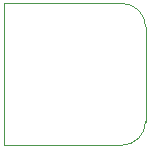
<source format=gbr>
G04 #@! TF.GenerationSoftware,KiCad,Pcbnew,7.0.2-0*
G04 #@! TF.CreationDate,2023-05-30T22:37:42-06:00*
G04 #@! TF.ProjectId,bias_T_launch_cpw,62696173-5f54-45f6-9c61-756e63685f63,rev?*
G04 #@! TF.SameCoordinates,Original*
G04 #@! TF.FileFunction,Profile,NP*
%FSLAX46Y46*%
G04 Gerber Fmt 4.6, Leading zero omitted, Abs format (unit mm)*
G04 Created by KiCad (PCBNEW 7.0.2-0) date 2023-05-30 22:37:42*
%MOMM*%
%LPD*%
G01*
G04 APERTURE LIST*
G04 #@! TA.AperFunction,Profile*
%ADD10C,0.050000*%
G04 #@! TD*
G04 APERTURE END LIST*
D10*
X-6000000Y-6000000D02*
X-6000000Y6000000D01*
X4000000Y-6000000D02*
X-6000000Y-6000000D01*
X-6000000Y6000000D02*
X4000000Y6000000D01*
X4000000Y-6000000D02*
G75*
G03*
X6000000Y-4000000I0J2000000D01*
G01*
X6000000Y4000000D02*
G75*
G03*
X4000000Y6000000I-2000000J0D01*
G01*
X6000000Y4000000D02*
X6000000Y-4000000D01*
M02*

</source>
